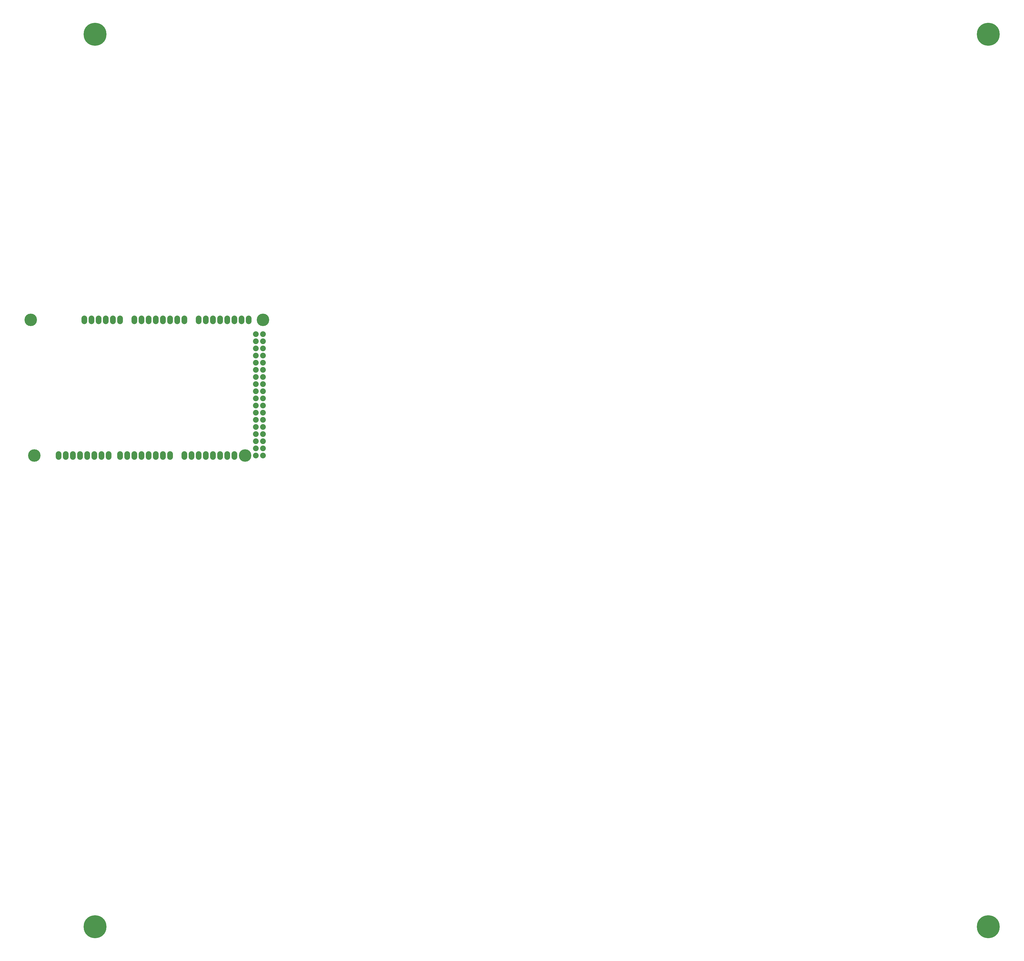
<source format=gbs>
G04 (created by PCBNEW-RS274X (2011-07-19)-testing) date Tue 31 Jan 2012 04:13:43 PM PST*
G01*
G70*
G90*
%MOIN*%
G04 Gerber Fmt 3.4, Leading zero omitted, Abs format*
%FSLAX34Y34*%
G04 APERTURE LIST*
%ADD10C,0.006000*%
%ADD11O,0.080000X0.120000*%
%ADD12C,0.175000*%
%ADD13C,0.080000*%
%ADD14C,0.320000*%
G04 APERTURE END LIST*
G54D10*
G54D11*
X37500Y-84000D03*
X38500Y-84000D03*
X39500Y-84000D03*
X40500Y-84000D03*
X41500Y-84000D03*
X42500Y-84000D03*
X43500Y-84000D03*
X44500Y-84000D03*
X46500Y-65000D03*
X45500Y-65000D03*
X44500Y-65000D03*
X43500Y-65000D03*
X39500Y-65000D03*
X37500Y-65000D03*
X36500Y-65000D03*
X40500Y-65000D03*
X41500Y-65000D03*
X42500Y-65000D03*
X35500Y-65000D03*
X34500Y-65000D03*
X33500Y-65000D03*
X30500Y-65000D03*
X31500Y-65000D03*
X32500Y-65000D03*
X28500Y-65000D03*
X27500Y-65000D03*
X26500Y-65000D03*
X24500Y-65000D03*
X23500Y-65000D03*
X35500Y-84000D03*
X34500Y-84000D03*
X33500Y-84000D03*
X32500Y-84000D03*
X31500Y-84000D03*
X30500Y-84000D03*
X29500Y-84000D03*
X28500Y-84000D03*
X26900Y-84000D03*
X25900Y-84000D03*
X24900Y-84000D03*
X23900Y-84000D03*
X22900Y-84000D03*
X21900Y-84000D03*
X20900Y-84000D03*
X19900Y-84000D03*
X25500Y-65000D03*
G54D12*
X48500Y-65000D03*
X46000Y-84000D03*
X16500Y-84000D03*
X16000Y-65000D03*
G54D13*
X47500Y-83000D03*
X48500Y-83000D03*
X47500Y-82000D03*
X48500Y-82000D03*
X47500Y-81000D03*
X48500Y-81000D03*
X47500Y-80000D03*
X48500Y-80000D03*
X47500Y-84000D03*
X48500Y-84000D03*
X48500Y-79000D03*
X47500Y-79000D03*
X47500Y-78000D03*
X48500Y-78000D03*
X47500Y-77000D03*
X48500Y-77000D03*
X47500Y-76000D03*
X48500Y-76000D03*
X47500Y-75000D03*
X48500Y-75000D03*
X47500Y-74000D03*
X48500Y-74000D03*
X47500Y-73000D03*
X48500Y-73000D03*
X47500Y-72000D03*
X48500Y-72000D03*
X47500Y-71000D03*
X48500Y-71000D03*
X47500Y-70000D03*
X48500Y-70000D03*
X47500Y-69000D03*
X48500Y-69000D03*
X47500Y-68000D03*
X48500Y-68000D03*
X47500Y-67000D03*
X48500Y-67000D03*
G54D14*
X25000Y-25000D03*
X150000Y-25000D03*
X25000Y-150000D03*
X150000Y-150000D03*
M02*

</source>
